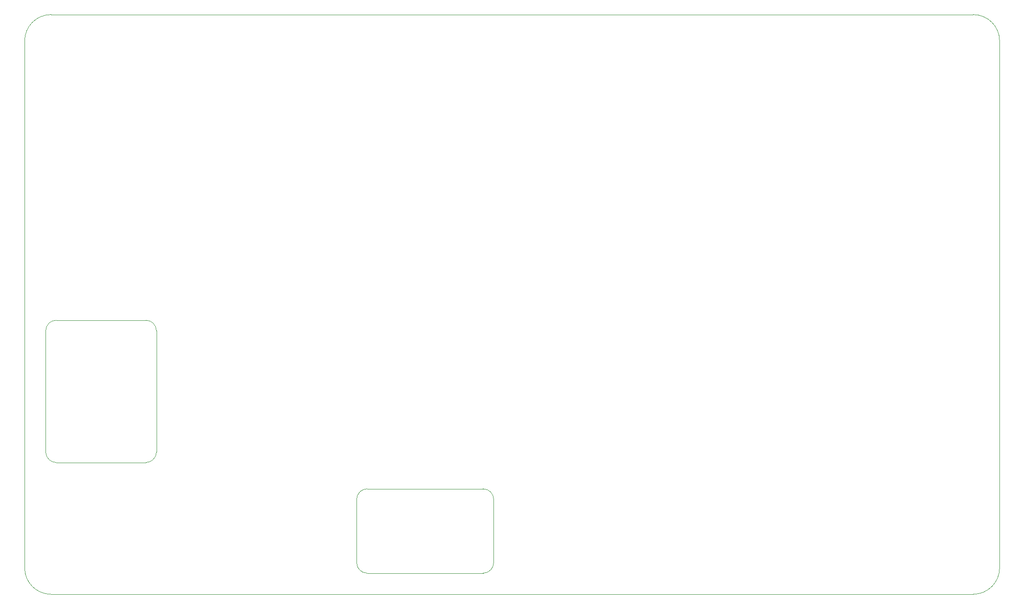
<source format=gbr>
%TF.GenerationSoftware,KiCad,Pcbnew,7.0.5*%
%TF.CreationDate,2023-06-06T17:40:15+02:00*%
%TF.ProjectId,hat,6861742e-6b69-4636-9164-5f7063625858,rev?*%
%TF.SameCoordinates,Original*%
%TF.FileFunction,Profile,NP*%
%FSLAX46Y46*%
G04 Gerber Fmt 4.6, Leading zero omitted, Abs format (unit mm)*
G04 Created by KiCad (PCBNEW 7.0.5) date 2023-06-06 17:40:15*
%MOMM*%
%LPD*%
G01*
G04 APERTURE LIST*
%TA.AperFunction,Profile*%
%ADD10C,0.100000*%
%TD*%
G04 APERTURE END LIST*
D10*
X118000000Y-149000000D02*
G75*
G03*
X120000000Y-151000000I2000000J0D01*
G01*
X55000000Y-150000000D02*
G75*
G03*
X60000000Y-155000000I5000000J0D01*
G01*
X240000000Y-150000000D02*
X240000000Y-50000000D01*
X144000000Y-137000000D02*
G75*
G03*
X142000000Y-135000000I-2000000J0D01*
G01*
X80000000Y-105000000D02*
X80000000Y-128000000D01*
X235000000Y-155000000D02*
G75*
G03*
X240000000Y-150000000I0J5000000D01*
G01*
X144000000Y-137000000D02*
X144000000Y-149000000D01*
X61000000Y-103000000D02*
G75*
G03*
X59000000Y-105000000I0J-2000000D01*
G01*
X142000000Y-151000000D02*
G75*
G03*
X144000000Y-149000000I0J2000000D01*
G01*
X240000000Y-50000000D02*
G75*
G03*
X235000000Y-45000000I-5000000J0D01*
G01*
X80000000Y-105000000D02*
G75*
G03*
X78000000Y-103000000I-2000000J0D01*
G01*
X118000000Y-149000000D02*
X118000000Y-137000000D01*
X235000000Y-45000000D02*
X60000000Y-45000000D01*
X120000000Y-135000000D02*
G75*
G03*
X118000000Y-137000000I0J-2000000D01*
G01*
X55000000Y-50000000D02*
X55000000Y-132000000D01*
X55000000Y-132000000D02*
X55000000Y-150000000D01*
X78000000Y-130000000D02*
G75*
G03*
X80000000Y-128000000I0J2000000D01*
G01*
X59000000Y-128000000D02*
X59000000Y-105000000D01*
X120000000Y-151000000D02*
X142000000Y-151000000D01*
X60000000Y-155000000D02*
X146000000Y-155000000D01*
X60000000Y-45000000D02*
G75*
G03*
X55000000Y-50000000I0J-5000000D01*
G01*
X120000000Y-135000000D02*
X142000000Y-135000000D01*
X59000000Y-128000000D02*
G75*
G03*
X61000000Y-130000000I2000000J0D01*
G01*
X78000000Y-103000000D02*
X61000000Y-103000000D01*
X235000000Y-155000000D02*
X146000000Y-155000000D01*
X61000000Y-130000000D02*
X78000000Y-130000000D01*
M02*

</source>
